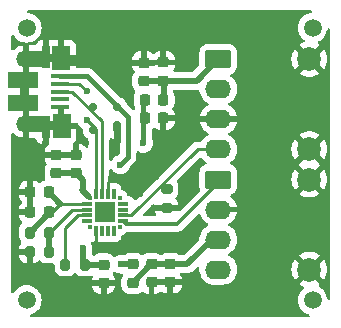
<source format=gbr>
%TF.GenerationSoftware,KiCad,Pcbnew,8.0.5*%
%TF.CreationDate,2025-10-24T23:35:39+02:00*%
%TF.ProjectId,U2O,55324f2e-6b69-4636-9164-5f7063625858,rev?*%
%TF.SameCoordinates,Original*%
%TF.FileFunction,Copper,L1,Top*%
%TF.FilePolarity,Positive*%
%FSLAX46Y46*%
G04 Gerber Fmt 4.6, Leading zero omitted, Abs format (unit mm)*
G04 Created by KiCad (PCBNEW 8.0.5) date 2025-10-24 23:35:39*
%MOMM*%
%LPD*%
G01*
G04 APERTURE LIST*
G04 Aperture macros list*
%AMRoundRect*
0 Rectangle with rounded corners*
0 $1 Rounding radius*
0 $2 $3 $4 $5 $6 $7 $8 $9 X,Y pos of 4 corners*
0 Add a 4 corners polygon primitive as box body*
4,1,4,$2,$3,$4,$5,$6,$7,$8,$9,$2,$3,0*
0 Add four circle primitives for the rounded corners*
1,1,$1+$1,$2,$3*
1,1,$1+$1,$4,$5*
1,1,$1+$1,$6,$7*
1,1,$1+$1,$8,$9*
0 Add four rect primitives between the rounded corners*
20,1,$1+$1,$2,$3,$4,$5,0*
20,1,$1+$1,$4,$5,$6,$7,0*
20,1,$1+$1,$6,$7,$8,$9,0*
20,1,$1+$1,$8,$9,$2,$3,0*%
G04 Aperture macros list end*
%TA.AperFunction,SMDPad,CuDef*%
%ADD10RoundRect,0.225000X0.225000X0.250000X-0.225000X0.250000X-0.225000X-0.250000X0.225000X-0.250000X0*%
%TD*%
%TA.AperFunction,SMDPad,CuDef*%
%ADD11RoundRect,0.225000X-0.250000X0.225000X-0.250000X-0.225000X0.250000X-0.225000X0.250000X0.225000X0*%
%TD*%
%TA.AperFunction,SMDPad,CuDef*%
%ADD12RoundRect,0.225000X0.250000X-0.225000X0.250000X0.225000X-0.250000X0.225000X-0.250000X-0.225000X0*%
%TD*%
%TA.AperFunction,SMDPad,CuDef*%
%ADD13RoundRect,0.218750X0.218750X0.256250X-0.218750X0.256250X-0.218750X-0.256250X0.218750X-0.256250X0*%
%TD*%
%TA.AperFunction,SMDPad,CuDef*%
%ADD14R,1.650000X0.400000*%
%TD*%
%TA.AperFunction,SMDPad,CuDef*%
%ADD15R,0.700000X1.825000*%
%TD*%
%TA.AperFunction,SMDPad,CuDef*%
%ADD16R,1.500000X2.000000*%
%TD*%
%TA.AperFunction,SMDPad,CuDef*%
%ADD17R,2.000000X1.350000*%
%TD*%
%TA.AperFunction,ComponentPad*%
%ADD18O,1.700000X1.350000*%
%TD*%
%TA.AperFunction,ComponentPad*%
%ADD19O,1.500000X1.100000*%
%TD*%
%TA.AperFunction,SMDPad,CuDef*%
%ADD20R,2.500000X1.430000*%
%TD*%
%TA.AperFunction,SMDPad,CuDef*%
%ADD21RoundRect,0.218750X0.256250X-0.218750X0.256250X0.218750X-0.256250X0.218750X-0.256250X-0.218750X0*%
%TD*%
%TA.AperFunction,SMDPad,CuDef*%
%ADD22R,0.300000X0.300000*%
%TD*%
%TA.AperFunction,SMDPad,CuDef*%
%ADD23R,0.300000X0.900000*%
%TD*%
%TA.AperFunction,SMDPad,CuDef*%
%ADD24R,0.900000X0.300000*%
%TD*%
%TA.AperFunction,SMDPad,CuDef*%
%ADD25R,1.800000X1.800000*%
%TD*%
%TA.AperFunction,ComponentPad*%
%ADD26RoundRect,0.249600X-0.850400X-0.550400X0.850400X-0.550400X0.850400X0.550400X-0.850400X0.550400X0*%
%TD*%
%TA.AperFunction,ComponentPad*%
%ADD27O,2.200000X1.600000*%
%TD*%
%TA.AperFunction,ComponentPad*%
%ADD28C,2.000000*%
%TD*%
%TA.AperFunction,SMDPad,CuDef*%
%ADD29RoundRect,0.200000X-0.275000X0.200000X-0.275000X-0.200000X0.275000X-0.200000X0.275000X0.200000X0*%
%TD*%
%TA.AperFunction,SMDPad,CuDef*%
%ADD30RoundRect,0.200000X0.200000X0.275000X-0.200000X0.275000X-0.200000X-0.275000X0.200000X-0.275000X0*%
%TD*%
%TA.AperFunction,SMDPad,CuDef*%
%ADD31RoundRect,0.200000X-0.200000X-0.275000X0.200000X-0.275000X0.200000X0.275000X-0.200000X0.275000X0*%
%TD*%
%TA.AperFunction,SMDPad,CuDef*%
%ADD32RoundRect,0.175000X0.175000X0.325000X-0.175000X0.325000X-0.175000X-0.325000X0.175000X-0.325000X0*%
%TD*%
%TA.AperFunction,SMDPad,CuDef*%
%ADD33RoundRect,0.150000X0.200000X0.150000X-0.200000X0.150000X-0.200000X-0.150000X0.200000X-0.150000X0*%
%TD*%
%TA.AperFunction,ViaPad*%
%ADD34C,1.500000*%
%TD*%
%TA.AperFunction,ViaPad*%
%ADD35C,0.600000*%
%TD*%
%TA.AperFunction,Conductor*%
%ADD36C,0.500000*%
%TD*%
%TA.AperFunction,Conductor*%
%ADD37C,0.250000*%
%TD*%
%TA.AperFunction,Conductor*%
%ADD38C,0.280000*%
%TD*%
%TA.AperFunction,Conductor*%
%ADD39C,0.400000*%
%TD*%
%TA.AperFunction,Conductor*%
%ADD40C,0.300000*%
%TD*%
G04 APERTURE END LIST*
D10*
%TO.P,C8,1*%
%TO.N,GND*%
X31634996Y-26000001D03*
%TO.P,C8,2*%
%TO.N,VCC*%
X30085004Y-25999999D03*
%TD*%
D11*
%TO.P,C7,1*%
%TO.N,GND*%
X31635002Y-21270008D03*
%TO.P,C7,2*%
%TO.N,Net-(J1-VCCT)*%
X31635000Y-22820000D03*
%TD*%
D12*
%TO.P,C4,1*%
%TO.N,VCC*%
X24234998Y-30670004D03*
%TO.P,C4,2*%
%TO.N,GND*%
X24234998Y-29120004D03*
%TD*%
%TO.P,C10,1*%
%TO.N,GND*%
X26565000Y-39930000D03*
%TO.P,C10,2*%
%TO.N,VCC*%
X26565004Y-38380004D03*
%TD*%
D13*
%TO.P,L1,1,1*%
%TO.N,Net-(J1-VCCT)*%
X31637500Y-24410000D03*
%TO.P,L1,2,2*%
%TO.N,VCC*%
X30062500Y-24410000D03*
%TD*%
D14*
%TO.P,J2,1,VBUS*%
%TO.N,V_UNREG*%
X22884998Y-22430001D03*
%TO.P,J2,2,D-*%
%TO.N,D-*%
X22885000Y-23080000D03*
%TO.P,J2,3,D+*%
%TO.N,D+*%
X22885003Y-23729998D03*
%TO.P,J2,4,ID*%
%TO.N,unconnected-(J2-ID-Pad4)*%
X22885000Y-24380000D03*
%TO.P,J2,5,GND*%
%TO.N,GND*%
X22885000Y-25030001D03*
D15*
%TO.P,J2,6,Shield*%
X21685000Y-20780000D03*
D16*
X22985000Y-20880000D03*
D17*
X20935003Y-21000000D03*
D18*
X20005002Y-21000001D03*
D19*
X23004999Y-21310000D03*
D20*
X19735002Y-22770001D03*
X19734997Y-24689998D03*
D19*
X23004998Y-26150000D03*
D18*
X20005000Y-26460000D03*
D17*
X20935001Y-26479999D03*
D16*
X23004997Y-26629997D03*
D15*
X21685003Y-26730000D03*
%TD*%
D21*
%TO.P,L2,1,1*%
%TO.N,Net-(J3-VCCR)*%
X29050000Y-39917500D03*
%TO.P,L2,2,2*%
%TO.N,VCC*%
X29050000Y-38342500D03*
%TD*%
D22*
%TO.P,U1,1,RS485/GPIO.1*%
%TO.N,unconnected-(U1-RS485{slash}GPIO.1-Pad1)*%
X27925001Y-32719997D03*
D23*
%TO.P,U1,2,CLK/GPIO.0*%
%TO.N,unconnected-(U1-CLK{slash}GPIO.0-Pad2)*%
X27425000Y-32419999D03*
%TO.P,U1,3,GND*%
%TO.N,GND*%
X26925002Y-32420001D03*
%TO.P,U1,4,D+*%
%TO.N,D+*%
X26424999Y-32419998D03*
%TO.P,U1,5,D-*%
%TO.N,D-*%
X25925000Y-32419998D03*
D22*
%TO.P,U1,6,VDD*%
%TO.N,VCC*%
X25424998Y-32719996D03*
D24*
%TO.P,U1,7,VREGIN*%
%TO.N,V_UNREG*%
X25125000Y-33219997D03*
%TO.P,U1,8,VBUS*%
%TO.N,V_DIV*%
X25125002Y-33719995D03*
%TO.P,U1,9,~{RST}*%
%TO.N,Net-(U1-~{RST})*%
X25124999Y-34219998D03*
%TO.P,U1,10,NC*%
%TO.N,unconnected-(U1-NC-Pad10)*%
X25124999Y-34719997D03*
D22*
%TO.P,U1,11,~{SUSPEND}*%
%TO.N,unconnected-(U1-~{SUSPEND}-Pad11)*%
X25424997Y-35219999D03*
D23*
%TO.P,U1,12,GND*%
%TO.N,GND*%
X25924998Y-35519997D03*
%TO.P,U1,13,~{WAKEUP}*%
%TO.N,unconnected-(U1-~{WAKEUP}-Pad13)*%
X26424996Y-35519995D03*
%TO.P,U1,14,SUSPEND*%
%TO.N,unconnected-(U1-SUSPEND-Pad14)*%
X26924999Y-35519998D03*
%TO.P,U1,15,~{CTS}*%
%TO.N,unconnected-(U1-~{CTS}-Pad15)*%
X27424998Y-35519998D03*
D22*
%TO.P,U1,16,~{RTS}*%
%TO.N,unconnected-(U1-~{RTS}-Pad16)*%
X27925000Y-35220000D03*
D24*
%TO.P,U1,17,RXD*%
%TO.N,RXD*%
X28224998Y-34719999D03*
%TO.P,U1,18,TXD*%
%TO.N,TXD*%
X28224996Y-34220001D03*
%TO.P,U1,19,~{RXT}/GPIO.3*%
%TO.N,unconnected-(U1-~{RXT}{slash}GPIO.3-Pad19)*%
X28224999Y-33719998D03*
%TO.P,U1,20,~{TXT}/GPIO.2*%
%TO.N,unconnected-(U1-~{TXT}{slash}GPIO.2-Pad20)*%
X28224999Y-33219999D03*
D25*
%TO.P,U1,21,GND*%
%TO.N,GND*%
X26674999Y-33969998D03*
%TD*%
D26*
%TO.P,J1,1,VCCT*%
%TO.N,Net-(J1-VCCT)*%
X36280000Y-20990000D03*
D27*
%TO.P,J1,2,NC*%
%TO.N,unconnected-(J1-NC-Pad2)*%
X36280000Y-23530000D03*
%TO.P,J1,3,VEET*%
%TO.N,GND*%
X36280000Y-26070000D03*
%TO.P,J1,4,Data_in*%
%TO.N,TXD*%
X36280000Y-28610000D03*
D28*
%TO.P,J1,5,HP*%
%TO.N,GND*%
X43980000Y-28610000D03*
%TO.P,J1,8,HP*%
X43980000Y-20990000D03*
%TD*%
D29*
%TO.P,R4,1*%
%TO.N,TXD*%
X31929997Y-31945001D03*
%TO.P,R4,2*%
%TO.N,GND*%
X31930003Y-33594999D03*
%TD*%
D12*
%TO.P,C5,1*%
%TO.N,VCC*%
X22545000Y-30670000D03*
%TO.P,C5,2*%
%TO.N,GND*%
X22545000Y-29120000D03*
%TD*%
D30*
%TO.P,R3,1*%
%TO.N,V_DIV*%
X21954998Y-37309996D03*
%TO.P,R3,2*%
%TO.N,GND*%
X20305000Y-37310000D03*
%TD*%
D12*
%TO.P,C9,1*%
%TO.N,GND*%
X30625000Y-39894994D03*
%TO.P,C9,2*%
%TO.N,Net-(J3-VCCR)*%
X30625004Y-38344998D03*
%TD*%
D11*
%TO.P,C6,1*%
%TO.N,GND*%
X29970002Y-21280008D03*
%TO.P,C6,2*%
%TO.N,Net-(J1-VCCT)*%
X29970000Y-22830000D03*
%TD*%
D31*
%TO.P,R2,1*%
%TO.N,V_UNREG*%
X20305002Y-35670010D03*
%TO.P,R2,2*%
%TO.N,V_DIV*%
X21955000Y-35670000D03*
%TD*%
D30*
%TO.P,R1,1*%
%TO.N,VCC*%
X24965000Y-38390000D03*
%TO.P,R1,2*%
%TO.N,Net-(U1-~{RST})*%
X23315002Y-38390004D03*
%TD*%
D26*
%TO.P,J3,1,Data_Out*%
%TO.N,RXD*%
X36280000Y-31180000D03*
D27*
%TO.P,J3,2,VEER*%
%TO.N,GND*%
X36280000Y-33720000D03*
%TO.P,J3,3,VCCR*%
%TO.N,Net-(J3-VCCR)*%
X36280000Y-36260000D03*
%TO.P,J3,4,NC*%
%TO.N,unconnected-(J3-NC-Pad4)*%
X36280000Y-38800000D03*
D28*
%TO.P,J3,5,HP*%
%TO.N,GND*%
X43980000Y-38800000D03*
%TO.P,J3,8,HP*%
X43980000Y-31180000D03*
%TD*%
D10*
%TO.P,C2,1*%
%TO.N,V_UNREG*%
X21919994Y-33930001D03*
%TO.P,C2,2*%
%TO.N,GND*%
X20370002Y-33929999D03*
%TD*%
%TO.P,C1,1*%
%TO.N,V_UNREG*%
X21919996Y-32250001D03*
%TO.P,C1,2*%
%TO.N,GND*%
X20370004Y-32249999D03*
%TD*%
D32*
%TO.P,D1,1,A*%
%TO.N,GND*%
X27700000Y-26759999D03*
D33*
%TO.P,D1,2,K*%
%TO.N,V_UNREG*%
X27700002Y-25059994D03*
%TO.P,D1,3,K*%
%TO.N,D+*%
X25700001Y-25059999D03*
%TO.P,D1,4,K*%
%TO.N,D-*%
X25700000Y-26960000D03*
%TD*%
D12*
%TO.P,C3,1*%
%TO.N,GND*%
X32209998Y-39879992D03*
%TO.P,C3,2*%
%TO.N,Net-(J3-VCCR)*%
X32210002Y-38329996D03*
%TD*%
D34*
%TO.N,*%
X44260000Y-41390000D03*
X20060000Y-41390000D03*
X44260000Y-18330000D03*
X20060000Y-18330000D03*
D35*
%TO.N,GND*%
X40550000Y-24260000D03*
X19170000Y-32280000D03*
X31840000Y-29260000D03*
X20310000Y-38550000D03*
X27824998Y-27940000D03*
X25930000Y-36690000D03*
X29980000Y-19930000D03*
X27600000Y-23070000D03*
X25070000Y-28050000D03*
X40590000Y-37510000D03*
X31020000Y-30980000D03*
X19160000Y-37320000D03*
X27230000Y-31110000D03*
X25170000Y-39960000D03*
X33010000Y-21330000D03*
X26580000Y-41300000D03*
X31620000Y-27500000D03*
X30590000Y-36600000D03*
X28760000Y-24260000D03*
X33050000Y-26040000D03*
X31700000Y-19960000D03*
X26674999Y-33969998D03*
X33560000Y-39890000D03*
X29610000Y-32410000D03*
X21210000Y-29100000D03*
X24600000Y-27360000D03*
X30820000Y-33600000D03*
X28630000Y-21250000D03*
X19160000Y-33930000D03*
X27980000Y-36900000D03*
X27370000Y-28890000D03*
X32360000Y-36540000D03*
X32220000Y-41310000D03*
X27790000Y-39900000D03*
X30640000Y-41320000D03*
X20370000Y-30980000D03*
X21640000Y-28150000D03*
%TO.N,V_UNREG*%
X22879994Y-33229994D03*
X27990000Y-29920000D03*
%TO.N,VCC*%
X24795002Y-37015002D03*
X28035000Y-38345000D03*
X24795002Y-32090002D03*
X29935000Y-28110000D03*
%TO.N,D-*%
X25160000Y-23720000D03*
X25160000Y-26170000D03*
%TD*%
D36*
%TO.N,GND*%
X23004999Y-21310000D02*
X23004999Y-20899999D01*
D37*
X25924998Y-35519997D02*
X25924998Y-36684998D01*
X22885000Y-26030002D02*
X23004998Y-26150000D01*
X25924998Y-36684998D02*
X25930000Y-36690000D01*
D36*
X20005002Y-26459998D02*
X20005000Y-26460000D01*
X27824998Y-26640005D02*
X27824998Y-27940000D01*
X23004999Y-20899999D02*
X22985000Y-20880000D01*
X22695000Y-21000001D02*
X23004999Y-21310000D01*
X20005000Y-26460000D02*
X20005000Y-21000003D01*
D38*
X26925002Y-32420001D02*
X26925002Y-31414998D01*
D36*
X20315000Y-26150000D02*
X20005000Y-26460000D01*
D38*
X26925002Y-31414998D02*
X27230000Y-31110000D01*
D36*
X20005000Y-21000003D02*
X20005002Y-21000001D01*
D37*
X22885000Y-25030001D02*
X22885000Y-26030002D01*
X36240000Y-33950000D02*
X36280000Y-33990000D01*
D36*
X20005002Y-21000001D02*
X22695000Y-21000001D01*
D37*
%TO.N,V_UNREG*%
X21919994Y-33930001D02*
X21919994Y-34055018D01*
X22179988Y-33930001D02*
X22879994Y-33229995D01*
X21919994Y-33930001D02*
X22179988Y-33930001D01*
D36*
X21919994Y-34055018D02*
X20305002Y-35670010D01*
D39*
X25200661Y-22430000D02*
X28640000Y-25869339D01*
D37*
X22879994Y-33229995D02*
X22879994Y-33229994D01*
D39*
X28640000Y-29270000D02*
X27990000Y-29920000D01*
D38*
X25125000Y-33219997D02*
X22889992Y-33219997D01*
D37*
X22879994Y-33229994D02*
X22879995Y-33229994D01*
X22879995Y-33229994D02*
X22889992Y-33219997D01*
D39*
X28640000Y-25869339D02*
X28640000Y-29270000D01*
D36*
X22889992Y-33219997D02*
X21919996Y-32250001D01*
D39*
X22912169Y-22430000D02*
X25200661Y-22430000D01*
D36*
%TO.N,VCC*%
X24795002Y-37015002D02*
X24795002Y-38220002D01*
D39*
X29047500Y-38345000D02*
X29050000Y-38342500D01*
D36*
X24965000Y-38390000D02*
X26555008Y-38390000D01*
X25320002Y-32620002D02*
X24759998Y-32059998D01*
D39*
X26555008Y-38390000D02*
X26565004Y-38380004D01*
D36*
X24234998Y-30670004D02*
X22545004Y-30670004D01*
X24795002Y-32090002D02*
X24795002Y-31230008D01*
X28035000Y-38345000D02*
X29047500Y-38345000D01*
X26740000Y-38345000D02*
X26705000Y-38380000D01*
D39*
X24795002Y-38220002D02*
X24965000Y-38390000D01*
X29935000Y-28110000D02*
X29935000Y-24875000D01*
D37*
X22545004Y-30670004D02*
X22545000Y-30670000D01*
X24935000Y-38420000D02*
X24974996Y-38380004D01*
D36*
X24795002Y-31230008D02*
X24234998Y-30670004D01*
D39*
X29935000Y-24875000D02*
X30070000Y-24740000D01*
D38*
%TO.N,D-*%
X25160000Y-23720000D02*
X25140000Y-23720000D01*
X25180000Y-26170000D02*
X25160000Y-26170000D01*
X25925000Y-26915000D02*
X25180000Y-26170000D01*
X25140000Y-23720000D02*
X24500000Y-23080000D01*
X25925000Y-32419998D02*
X25925000Y-26915000D01*
X24500000Y-23080000D02*
X22885000Y-23080000D01*
D37*
X25160000Y-26170000D02*
X25160000Y-26175008D01*
D38*
%TO.N,D+*%
X23909998Y-23729998D02*
X22885003Y-23729998D01*
X26424999Y-26244999D02*
X23909998Y-23729998D01*
X26424999Y-32419998D02*
X26424999Y-26244999D01*
D37*
X26405000Y-32399999D02*
X26424999Y-32419998D01*
D38*
%TO.N,TXD*%
X28909999Y-34220001D02*
X34520000Y-28610000D01*
X28224996Y-34220001D02*
X28909999Y-34220001D01*
X34520000Y-28610000D02*
X36280000Y-28610000D01*
D40*
%TO.N,RXD*%
X36280000Y-31460000D02*
X36280000Y-31180000D01*
X28224998Y-34719999D02*
X28454999Y-34950000D01*
X32790000Y-34950000D02*
X36280000Y-31460000D01*
X28454999Y-34950000D02*
X32790000Y-34950000D01*
D38*
%TO.N,Net-(U1-~{RST})*%
X23315002Y-35279994D02*
X23315002Y-38390004D01*
X25124999Y-34219998D02*
X24374998Y-34219998D01*
X24374998Y-34219998D02*
X23315002Y-35279994D01*
D36*
%TO.N,V_DIV*%
X21954998Y-37309996D02*
X21954998Y-35670002D01*
D38*
X21955000Y-35670000D02*
X23905005Y-33719995D01*
D37*
X21954998Y-35670002D02*
X21955000Y-35670000D01*
D38*
X23905005Y-33719995D02*
X25125002Y-33719995D01*
D36*
%TO.N,Net-(J3-VCCR)*%
X35739992Y-36260000D02*
X36280000Y-36260000D01*
X30625004Y-38344998D02*
X32195000Y-38344998D01*
X32195000Y-38344998D02*
X32210002Y-38329996D01*
D37*
X29050000Y-39917500D02*
X29052502Y-39917500D01*
D36*
X30622502Y-38344998D02*
X29050000Y-39917500D01*
X33669996Y-38329996D02*
X35739992Y-36260000D01*
X32210002Y-38329996D02*
X33669996Y-38329996D01*
X30625004Y-38344998D02*
X30622502Y-38344998D01*
%TO.N,Net-(J1-VCCT)*%
X34450000Y-22820000D02*
X36280000Y-20990000D01*
X31637500Y-24410000D02*
X31645000Y-24402500D01*
X31635000Y-22820000D02*
X34450000Y-22820000D01*
D37*
X31625002Y-22810002D02*
X31635000Y-22820000D01*
D36*
X31645000Y-24402500D02*
X31645000Y-22830000D01*
D37*
X31645000Y-22830000D02*
X31635000Y-22820000D01*
D36*
X29989998Y-22810002D02*
X31625002Y-22810002D01*
X29970000Y-22830000D02*
X29989998Y-22810002D01*
%TD*%
%TA.AperFunction,Conductor*%
%TO.N,GND*%
G36*
X44164152Y-16860185D02*
G01*
X44209907Y-16912989D01*
X44219851Y-16982147D01*
X44190826Y-17045703D01*
X44132048Y-17083477D01*
X44107920Y-17088027D01*
X44042023Y-17093793D01*
X44042020Y-17093793D01*
X43830677Y-17150422D01*
X43830668Y-17150426D01*
X43632361Y-17242898D01*
X43632357Y-17242900D01*
X43453121Y-17368402D01*
X43298402Y-17523121D01*
X43172900Y-17702357D01*
X43172898Y-17702361D01*
X43080426Y-17900668D01*
X43080422Y-17900677D01*
X43023793Y-18112020D01*
X43023793Y-18112024D01*
X43004723Y-18329997D01*
X43004723Y-18330002D01*
X43023793Y-18547975D01*
X43023793Y-18547979D01*
X43080422Y-18759322D01*
X43080424Y-18759326D01*
X43080425Y-18759330D01*
X43126661Y-18858484D01*
X43172897Y-18957638D01*
X43172898Y-18957639D01*
X43298402Y-19136877D01*
X43453123Y-19291598D01*
X43534664Y-19348694D01*
X43578288Y-19403269D01*
X43585480Y-19472768D01*
X43553958Y-19535122D01*
X43503802Y-19567548D01*
X43375396Y-19611630D01*
X43375390Y-19611632D01*
X43156761Y-19729949D01*
X43109942Y-19766388D01*
X43109942Y-19766390D01*
X43768940Y-20425387D01*
X43748409Y-20430889D01*
X43611592Y-20509881D01*
X43499881Y-20621592D01*
X43420889Y-20758409D01*
X43415387Y-20778939D01*
X42756564Y-20120116D01*
X42656267Y-20273632D01*
X42556412Y-20501282D01*
X42495387Y-20742261D01*
X42495385Y-20742270D01*
X42474859Y-20989994D01*
X42474859Y-20990005D01*
X42495385Y-21237729D01*
X42495387Y-21237738D01*
X42556412Y-21478717D01*
X42656266Y-21706364D01*
X42756564Y-21859882D01*
X43415387Y-21201059D01*
X43420889Y-21221591D01*
X43499881Y-21358408D01*
X43611592Y-21470119D01*
X43748409Y-21549111D01*
X43768940Y-21554612D01*
X43109942Y-22213609D01*
X43156768Y-22250055D01*
X43156770Y-22250056D01*
X43375385Y-22368364D01*
X43375396Y-22368369D01*
X43610506Y-22449083D01*
X43855707Y-22490000D01*
X44104293Y-22490000D01*
X44349493Y-22449083D01*
X44584603Y-22368369D01*
X44584614Y-22368364D01*
X44803228Y-22250057D01*
X44803231Y-22250055D01*
X44850056Y-22213609D01*
X44191059Y-21554612D01*
X44211591Y-21549111D01*
X44348408Y-21470119D01*
X44460119Y-21358408D01*
X44539111Y-21221591D01*
X44544612Y-21201060D01*
X45203434Y-21859882D01*
X45303731Y-21706369D01*
X45403587Y-21478717D01*
X45464612Y-21237738D01*
X45464614Y-21237729D01*
X45485141Y-20990005D01*
X45485141Y-20989994D01*
X45464614Y-20742270D01*
X45464612Y-20742261D01*
X45403587Y-20501282D01*
X45303731Y-20273630D01*
X45203434Y-20120116D01*
X44544612Y-20778939D01*
X44539111Y-20758409D01*
X44460119Y-20621592D01*
X44348408Y-20509881D01*
X44211591Y-20430889D01*
X44191060Y-20425387D01*
X44850057Y-19766390D01*
X44850056Y-19766389D01*
X44803231Y-19729945D01*
X44748510Y-19700331D01*
X44698920Y-19651111D01*
X44683812Y-19582895D01*
X44707982Y-19517339D01*
X44755121Y-19478895D01*
X44887639Y-19417102D01*
X45066877Y-19291598D01*
X45221598Y-19136877D01*
X45347102Y-18957639D01*
X45439575Y-18759330D01*
X45496207Y-18547977D01*
X45501972Y-18482079D01*
X45527424Y-18417011D01*
X45584015Y-18376032D01*
X45653777Y-18372154D01*
X45714561Y-18406608D01*
X45747069Y-18468455D01*
X45749500Y-18492887D01*
X45749500Y-41227112D01*
X45729815Y-41294151D01*
X45677011Y-41339906D01*
X45607853Y-41349850D01*
X45544297Y-41320825D01*
X45506523Y-41262047D01*
X45501972Y-41237919D01*
X45501955Y-41237729D01*
X45496207Y-41172023D01*
X45439575Y-40960670D01*
X45347102Y-40762362D01*
X45347100Y-40762359D01*
X45347099Y-40762357D01*
X45221599Y-40583124D01*
X45196195Y-40557720D01*
X45066877Y-40428402D01*
X44887639Y-40302898D01*
X44823512Y-40272995D01*
X44771073Y-40226822D01*
X44751922Y-40159628D01*
X44772138Y-40092747D01*
X44799756Y-40062759D01*
X44850056Y-40023609D01*
X44191059Y-39364612D01*
X44211591Y-39359111D01*
X44348408Y-39280119D01*
X44460119Y-39168408D01*
X44539111Y-39031591D01*
X44544612Y-39011060D01*
X45203434Y-39669882D01*
X45303731Y-39516369D01*
X45403587Y-39288717D01*
X45464612Y-39047738D01*
X45464614Y-39047729D01*
X45485141Y-38800005D01*
X45485141Y-38799994D01*
X45464614Y-38552270D01*
X45464612Y-38552261D01*
X45403587Y-38311282D01*
X45303731Y-38083630D01*
X45203434Y-37930116D01*
X44544612Y-38588939D01*
X44539111Y-38568409D01*
X44460119Y-38431592D01*
X44348408Y-38319881D01*
X44211591Y-38240889D01*
X44191060Y-38235387D01*
X44850057Y-37576390D01*
X44850056Y-37576389D01*
X44803229Y-37539943D01*
X44584614Y-37421635D01*
X44584603Y-37421630D01*
X44349493Y-37340916D01*
X44104293Y-37300000D01*
X43855707Y-37300000D01*
X43610506Y-37340916D01*
X43375396Y-37421630D01*
X43375390Y-37421632D01*
X43156761Y-37539949D01*
X43109942Y-37576388D01*
X43109942Y-37576390D01*
X43768940Y-38235387D01*
X43748409Y-38240889D01*
X43611592Y-38319881D01*
X43499881Y-38431592D01*
X43420889Y-38568409D01*
X43415387Y-38588939D01*
X42756564Y-37930116D01*
X42656267Y-38083632D01*
X42556412Y-38311282D01*
X42495387Y-38552261D01*
X42495385Y-38552270D01*
X42474859Y-38799994D01*
X42474859Y-38800005D01*
X42495385Y-39047729D01*
X42495387Y-39047738D01*
X42556412Y-39288717D01*
X42656266Y-39516364D01*
X42756564Y-39669882D01*
X43415387Y-39011059D01*
X43420889Y-39031591D01*
X43499881Y-39168408D01*
X43611592Y-39280119D01*
X43748409Y-39359111D01*
X43768940Y-39364612D01*
X43109942Y-40023609D01*
X43156768Y-40060055D01*
X43156770Y-40060056D01*
X43375385Y-40178364D01*
X43375395Y-40178369D01*
X43436720Y-40199422D01*
X43493735Y-40239807D01*
X43519866Y-40304607D01*
X43506815Y-40373247D01*
X43467583Y-40418276D01*
X43453121Y-40428402D01*
X43298402Y-40583121D01*
X43172900Y-40762357D01*
X43172898Y-40762361D01*
X43080426Y-40960668D01*
X43080422Y-40960677D01*
X43023793Y-41172020D01*
X43023793Y-41172024D01*
X43004723Y-41389997D01*
X43004723Y-41390002D01*
X43023793Y-41607975D01*
X43023793Y-41607979D01*
X43080422Y-41819322D01*
X43080424Y-41819326D01*
X43080425Y-41819330D01*
X43126661Y-41918484D01*
X43172897Y-42017638D01*
X43172898Y-42017639D01*
X43298402Y-42196877D01*
X43453123Y-42351598D01*
X43632361Y-42477102D01*
X43830670Y-42569575D01*
X43830676Y-42569576D01*
X43830677Y-42569577D01*
X43928262Y-42595725D01*
X43987923Y-42632090D01*
X44018452Y-42694937D01*
X44010157Y-42764313D01*
X43965672Y-42818190D01*
X43899120Y-42839465D01*
X43896169Y-42839500D01*
X20423831Y-42839500D01*
X20356792Y-42819815D01*
X20311037Y-42767011D01*
X20301093Y-42697853D01*
X20330118Y-42634297D01*
X20388896Y-42596523D01*
X20391738Y-42595725D01*
X20452828Y-42579355D01*
X20489330Y-42569575D01*
X20687639Y-42477102D01*
X20866877Y-42351598D01*
X21021598Y-42196877D01*
X21147102Y-42017639D01*
X21239575Y-41819330D01*
X21296207Y-41607977D01*
X21315277Y-41390000D01*
X21296207Y-41172023D01*
X21239575Y-40960670D01*
X21147102Y-40762362D01*
X21147100Y-40762359D01*
X21147099Y-40762357D01*
X21021599Y-40583124D01*
X20996195Y-40557720D01*
X20866877Y-40428402D01*
X20687642Y-40302900D01*
X20687638Y-40302897D01*
X20579770Y-40252598D01*
X20489330Y-40210425D01*
X20489326Y-40210424D01*
X20489322Y-40210422D01*
X20462824Y-40203322D01*
X25590001Y-40203322D01*
X25600144Y-40302607D01*
X25653452Y-40463481D01*
X25653457Y-40463492D01*
X25742424Y-40607728D01*
X25742427Y-40607732D01*
X25862267Y-40727572D01*
X25862271Y-40727575D01*
X26006507Y-40816542D01*
X26006518Y-40816547D01*
X26167393Y-40869855D01*
X26266683Y-40879999D01*
X26815000Y-40879999D01*
X26863308Y-40879999D01*
X26863322Y-40879998D01*
X26962607Y-40869855D01*
X27123481Y-40816547D01*
X27123492Y-40816542D01*
X27267728Y-40727575D01*
X27267732Y-40727572D01*
X27387572Y-40607732D01*
X27387575Y-40607728D01*
X27476542Y-40463492D01*
X27476547Y-40463481D01*
X27529855Y-40302606D01*
X27539999Y-40203322D01*
X27540000Y-40203309D01*
X27540000Y-40180000D01*
X26815000Y-40180000D01*
X26815000Y-40879999D01*
X26266683Y-40879999D01*
X26314999Y-40879998D01*
X26315000Y-40879998D01*
X26315000Y-40180000D01*
X25590001Y-40180000D01*
X25590001Y-40203322D01*
X20462824Y-40203322D01*
X20277977Y-40153793D01*
X20060002Y-40134723D01*
X20059998Y-40134723D01*
X19914682Y-40147436D01*
X19842023Y-40153793D01*
X19842020Y-40153793D01*
X19630677Y-40210422D01*
X19630668Y-40210426D01*
X19432361Y-40302898D01*
X19432357Y-40302900D01*
X19253121Y-40428402D01*
X19098402Y-40583121D01*
X18976075Y-40757824D01*
X18921498Y-40801449D01*
X18852000Y-40808643D01*
X18789645Y-40777120D01*
X18754231Y-40716890D01*
X18750500Y-40686701D01*
X18750500Y-37641582D01*
X19405001Y-37641582D01*
X19411408Y-37712102D01*
X19411409Y-37712107D01*
X19461981Y-37874396D01*
X19549927Y-38019877D01*
X19670122Y-38140072D01*
X19815604Y-38228019D01*
X19815603Y-38228019D01*
X19977894Y-38278590D01*
X19977893Y-38278590D01*
X20048408Y-38284998D01*
X20048426Y-38284999D01*
X20054999Y-38284998D01*
X20055000Y-38284998D01*
X20055000Y-37560000D01*
X19405001Y-37560000D01*
X19405001Y-37641582D01*
X18750500Y-37641582D01*
X18750500Y-33631676D01*
X19420002Y-33631676D01*
X19420002Y-33679999D01*
X20120002Y-33679999D01*
X20120002Y-32963363D01*
X20120004Y-32963356D01*
X20120004Y-32499999D01*
X19420005Y-32499999D01*
X19420005Y-32548321D01*
X19430148Y-32647606D01*
X19483456Y-32808480D01*
X19483461Y-32808491D01*
X19572428Y-32952727D01*
X19572431Y-32952731D01*
X19622016Y-33002316D01*
X19655501Y-33063639D01*
X19650517Y-33133331D01*
X19622018Y-33177677D01*
X19572426Y-33227270D01*
X19483459Y-33371506D01*
X19483454Y-33371517D01*
X19430146Y-33532392D01*
X19420002Y-33631676D01*
X18750500Y-33631676D01*
X18750500Y-31951676D01*
X19420004Y-31951676D01*
X19420004Y-31999999D01*
X20120004Y-31999999D01*
X20120004Y-31274998D01*
X20096697Y-31274999D01*
X20096678Y-31275000D01*
X19997396Y-31285143D01*
X19836522Y-31338451D01*
X19836511Y-31338456D01*
X19692275Y-31427423D01*
X19692271Y-31427426D01*
X19572431Y-31547266D01*
X19572428Y-31547270D01*
X19483461Y-31691506D01*
X19483456Y-31691517D01*
X19430148Y-31852392D01*
X19420004Y-31951676D01*
X18750500Y-31951676D01*
X18750500Y-28846677D01*
X21570000Y-28846677D01*
X21570000Y-28870000D01*
X23511634Y-28870000D01*
X23511648Y-28870004D01*
X23984998Y-28870004D01*
X23984998Y-28144468D01*
X24004683Y-28077429D01*
X24034687Y-28045201D01*
X24112187Y-27987183D01*
X24198347Y-27872090D01*
X24198351Y-27872083D01*
X24248593Y-27737376D01*
X24248595Y-27737369D01*
X24254996Y-27677841D01*
X24254997Y-27677824D01*
X24254997Y-26879997D01*
X22578003Y-26879997D01*
X22568027Y-26889972D01*
X22558318Y-26923039D01*
X22505514Y-26968794D01*
X22454003Y-26980000D01*
X21935003Y-26980000D01*
X21935003Y-28193862D01*
X21931714Y-28193862D01*
X21928520Y-28238531D01*
X21886648Y-28294464D01*
X21877435Y-28300735D01*
X21842271Y-28322424D01*
X21842267Y-28322427D01*
X21722427Y-28442267D01*
X21722424Y-28442271D01*
X21633457Y-28586507D01*
X21633452Y-28586518D01*
X21580144Y-28747393D01*
X21570000Y-28846677D01*
X18750500Y-28846677D01*
X18750500Y-27341563D01*
X18770185Y-27274524D01*
X18822989Y-27228769D01*
X18892147Y-27218825D01*
X18955703Y-27247850D01*
X18962181Y-27253882D01*
X19064540Y-27356241D01*
X19064545Y-27356245D01*
X19214162Y-27464947D01*
X19378956Y-27548915D01*
X19378959Y-27548916D01*
X19554852Y-27606066D01*
X19737527Y-27635000D01*
X19755000Y-27635000D01*
X19755000Y-26810000D01*
X20255000Y-26810000D01*
X20255000Y-27654999D01*
X20720872Y-27654999D01*
X20787911Y-27674684D01*
X20833666Y-27727488D01*
X20840599Y-27747717D01*
X20891648Y-27884586D01*
X20891652Y-27884593D01*
X20977812Y-27999687D01*
X20977815Y-27999690D01*
X21092909Y-28085850D01*
X21092916Y-28085854D01*
X21227623Y-28136096D01*
X21227630Y-28136098D01*
X21287158Y-28142499D01*
X21287175Y-28142500D01*
X21435003Y-28142500D01*
X21435003Y-26729999D01*
X20809001Y-26729999D01*
X20741962Y-26710314D01*
X20696207Y-26657510D01*
X20685001Y-26605999D01*
X20685001Y-26353999D01*
X20704686Y-26286960D01*
X20757490Y-26241205D01*
X20809001Y-26229999D01*
X22354001Y-26229999D01*
X22421040Y-26249684D01*
X22466795Y-26302488D01*
X22478001Y-26353999D01*
X22478001Y-26379997D01*
X22575377Y-26379997D01*
X22605444Y-26410064D01*
X22679553Y-26452851D01*
X22762211Y-26475000D01*
X23247785Y-26475000D01*
X23330443Y-26452851D01*
X23404552Y-26410064D01*
X23434619Y-26379997D01*
X24297406Y-26379997D01*
X24364445Y-26399682D01*
X24410200Y-26452486D01*
X24414448Y-26463043D01*
X24434210Y-26519521D01*
X24464018Y-26566960D01*
X24530184Y-26672262D01*
X24657738Y-26799816D01*
X24791473Y-26883847D01*
X24837763Y-26936181D01*
X24849500Y-26988840D01*
X24849500Y-27175701D01*
X24852401Y-27212567D01*
X24852402Y-27212573D01*
X24898254Y-27370393D01*
X24898255Y-27370396D01*
X24898256Y-27370398D01*
X24907713Y-27386389D01*
X24981917Y-27511862D01*
X24981923Y-27511870D01*
X25098129Y-27628076D01*
X25098135Y-27628081D01*
X25223622Y-27702293D01*
X25271304Y-27753360D01*
X25284500Y-27809024D01*
X25284500Y-28372944D01*
X25264815Y-28439983D01*
X25212011Y-28485738D01*
X25142853Y-28495682D01*
X25079297Y-28466657D01*
X25062844Y-28447312D01*
X25062052Y-28447939D01*
X25057570Y-28442271D01*
X24937730Y-28322431D01*
X24937726Y-28322428D01*
X24793490Y-28233461D01*
X24793479Y-28233456D01*
X24632604Y-28180148D01*
X24533320Y-28170004D01*
X24484998Y-28170004D01*
X24484998Y-29246004D01*
X24465313Y-29313043D01*
X24412509Y-29358798D01*
X24360998Y-29370004D01*
X23268364Y-29370004D01*
X23268350Y-29370000D01*
X21570001Y-29370000D01*
X21570001Y-29393322D01*
X21580144Y-29492607D01*
X21633452Y-29653481D01*
X21633457Y-29653492D01*
X21722424Y-29797728D01*
X21722427Y-29797732D01*
X21731660Y-29806965D01*
X21765145Y-29868288D01*
X21760161Y-29937980D01*
X21731663Y-29982324D01*
X21722033Y-29991953D01*
X21722029Y-29991959D01*
X21633001Y-30136294D01*
X21632996Y-30136305D01*
X21579651Y-30297290D01*
X21569500Y-30396647D01*
X21569500Y-30943337D01*
X21569501Y-30943355D01*
X21579650Y-31042707D01*
X21579652Y-31042713D01*
X21609684Y-31133345D01*
X21612086Y-31203173D01*
X21576354Y-31263215D01*
X21530983Y-31290054D01*
X21386299Y-31337998D01*
X21386290Y-31338002D01*
X21241955Y-31427030D01*
X21241949Y-31427034D01*
X21232325Y-31436659D01*
X21171001Y-31470142D01*
X21101309Y-31465155D01*
X21056966Y-31436656D01*
X21047736Y-31427426D01*
X21047732Y-31427423D01*
X20903496Y-31338456D01*
X20903485Y-31338451D01*
X20742610Y-31285143D01*
X20643326Y-31274999D01*
X20620004Y-31274999D01*
X20620004Y-33216635D01*
X20620002Y-33216641D01*
X20620002Y-34055999D01*
X20600317Y-34123038D01*
X20547513Y-34168793D01*
X20496002Y-34179999D01*
X19420003Y-34179999D01*
X19420003Y-34228321D01*
X19430146Y-34327606D01*
X19483454Y-34488480D01*
X19483459Y-34488491D01*
X19572426Y-34632727D01*
X19572429Y-34632731D01*
X19636845Y-34697147D01*
X19670330Y-34758470D01*
X19665346Y-34828162D01*
X19636845Y-34872509D01*
X19549533Y-34959820D01*
X19549532Y-34959821D01*
X19461524Y-35105403D01*
X19410915Y-35267817D01*
X19405784Y-35324285D01*
X19404502Y-35338394D01*
X19404502Y-36001626D01*
X19405978Y-36017867D01*
X19410915Y-36072202D01*
X19410915Y-36072204D01*
X19410916Y-36072206D01*
X19461524Y-36234616D01*
X19549530Y-36380195D01*
X19572011Y-36402676D01*
X19605496Y-36463997D01*
X19600513Y-36533688D01*
X19572013Y-36578037D01*
X19549926Y-36600124D01*
X19461980Y-36745604D01*
X19411409Y-36907893D01*
X19405000Y-36978427D01*
X19405000Y-37060000D01*
X20431000Y-37060000D01*
X20498039Y-37079685D01*
X20543794Y-37132489D01*
X20555000Y-37184000D01*
X20555000Y-38284999D01*
X20561581Y-38284999D01*
X20632102Y-38278591D01*
X20632107Y-38278590D01*
X20794396Y-38228018D01*
X20939877Y-38140072D01*
X20939878Y-38140071D01*
X21041964Y-38037984D01*
X21103287Y-38004498D01*
X21172978Y-38009482D01*
X21217327Y-38037983D01*
X21319809Y-38140465D01*
X21319811Y-38140466D01*
X21319813Y-38140468D01*
X21465392Y-38228474D01*
X21627802Y-38279082D01*
X21698382Y-38285496D01*
X21698385Y-38285496D01*
X22211610Y-38285496D01*
X22211614Y-38285496D01*
X22279282Y-38279346D01*
X22347825Y-38292882D01*
X22398171Y-38341328D01*
X22414502Y-38402837D01*
X22414502Y-38721617D01*
X22420915Y-38792196D01*
X22420915Y-38792198D01*
X22420916Y-38792200D01*
X22471524Y-38954610D01*
X22539871Y-39067670D01*
X22559532Y-39100192D01*
X22679813Y-39220473D01*
X22679815Y-39220474D01*
X22679817Y-39220476D01*
X22825396Y-39308482D01*
X22987806Y-39359090D01*
X23058386Y-39365504D01*
X23058389Y-39365504D01*
X23571615Y-39365504D01*
X23571618Y-39365504D01*
X23642198Y-39359090D01*
X23804608Y-39308482D01*
X23950187Y-39220476D01*
X24052322Y-39118340D01*
X24113643Y-39084856D01*
X24183334Y-39089840D01*
X24227683Y-39118341D01*
X24329811Y-39220469D01*
X24329813Y-39220470D01*
X24329815Y-39220472D01*
X24475394Y-39308478D01*
X24637804Y-39359086D01*
X24708384Y-39365500D01*
X24708387Y-39365500D01*
X25221613Y-39365500D01*
X25221616Y-39365500D01*
X25292196Y-39359086D01*
X25454606Y-39308478D01*
X25454613Y-39308473D01*
X25461445Y-39305400D01*
X25462287Y-39307272D01*
X25519731Y-39292094D01*
X25586209Y-39313599D01*
X25630507Y-39367631D01*
X25638561Y-39437035D01*
X25634056Y-39455051D01*
X25600144Y-39557391D01*
X25590000Y-39656677D01*
X25590000Y-39680000D01*
X27539999Y-39680000D01*
X27539999Y-39656692D01*
X27539998Y-39656677D01*
X27529855Y-39557392D01*
X27476547Y-39396518D01*
X27476542Y-39396507D01*
X27387575Y-39252271D01*
X27387572Y-39252267D01*
X27378343Y-39243038D01*
X27344858Y-39181715D01*
X27349842Y-39112023D01*
X27378347Y-39067672D01*
X27387972Y-39058048D01*
X27399764Y-39038930D01*
X27451708Y-38992205D01*
X27520670Y-38980980D01*
X27571275Y-38999031D01*
X27685473Y-39070787D01*
X27685477Y-39070788D01*
X27685478Y-39070789D01*
X27769507Y-39100192D01*
X27855745Y-39130368D01*
X27855750Y-39130369D01*
X28034996Y-39150565D01*
X28034997Y-39150565D01*
X28034998Y-39150564D01*
X28035000Y-39150565D01*
X28052443Y-39148599D01*
X28121263Y-39160652D01*
X28172644Y-39207999D01*
X28190270Y-39275609D01*
X28171867Y-39336915D01*
X28137454Y-39392706D01*
X28137450Y-39392715D01*
X28136190Y-39396518D01*
X28084564Y-39552315D01*
X28084564Y-39552316D01*
X28084563Y-39552316D01*
X28074500Y-39650818D01*
X28074500Y-40184181D01*
X28084563Y-40282683D01*
X28137450Y-40442284D01*
X28137455Y-40442295D01*
X28225716Y-40585387D01*
X28225719Y-40585391D01*
X28344608Y-40704280D01*
X28344612Y-40704283D01*
X28487704Y-40792544D01*
X28487707Y-40792545D01*
X28487713Y-40792549D01*
X28647315Y-40845436D01*
X28745826Y-40855500D01*
X28745831Y-40855500D01*
X29354169Y-40855500D01*
X29354174Y-40855500D01*
X29452685Y-40845436D01*
X29612287Y-40792549D01*
X29755391Y-40704281D01*
X29757583Y-40702089D01*
X29759461Y-40701063D01*
X29761059Y-40699800D01*
X29761274Y-40700072D01*
X29818904Y-40668600D01*
X29888596Y-40673579D01*
X29915979Y-40689004D01*
X29916121Y-40688776D01*
X29921881Y-40692329D01*
X29922183Y-40692499D01*
X29922275Y-40692572D01*
X30066507Y-40781536D01*
X30066518Y-40781541D01*
X30227393Y-40834849D01*
X30326683Y-40844993D01*
X30374999Y-40844992D01*
X30375000Y-40844992D01*
X30375000Y-40144994D01*
X30875000Y-40144994D01*
X30875000Y-40844993D01*
X30923308Y-40844993D01*
X30923322Y-40844992D01*
X31022607Y-40834849D01*
X31183481Y-40781541D01*
X31183492Y-40781536D01*
X31327728Y-40692569D01*
X31327730Y-40692567D01*
X31337351Y-40682947D01*
X31398673Y-40649460D01*
X31468365Y-40654442D01*
X31501942Y-40673356D01*
X31507266Y-40677565D01*
X31651505Y-40766534D01*
X31651516Y-40766539D01*
X31812391Y-40819847D01*
X31911681Y-40829991D01*
X32459998Y-40829991D01*
X32508306Y-40829991D01*
X32508320Y-40829990D01*
X32607605Y-40819847D01*
X32768479Y-40766539D01*
X32768490Y-40766534D01*
X32912726Y-40677567D01*
X32912730Y-40677564D01*
X33032570Y-40557724D01*
X33032573Y-40557720D01*
X33121540Y-40413484D01*
X33121545Y-40413473D01*
X33174853Y-40252598D01*
X33184997Y-40153314D01*
X33184998Y-40153301D01*
X33184998Y-40129992D01*
X32459998Y-40129992D01*
X32459998Y-40829991D01*
X31911681Y-40829991D01*
X31959997Y-40829990D01*
X31959998Y-40829990D01*
X31959998Y-40129992D01*
X31625278Y-40129992D01*
X31602994Y-40142160D01*
X31576636Y-40144994D01*
X30875000Y-40144994D01*
X30375000Y-40144994D01*
X30375000Y-39768994D01*
X30394685Y-39701955D01*
X30447489Y-39656200D01*
X30499000Y-39644994D01*
X31209720Y-39644994D01*
X31232004Y-39632826D01*
X31258362Y-39629992D01*
X33184997Y-39629992D01*
X33184997Y-39606684D01*
X33184996Y-39606669D01*
X33174853Y-39507384D01*
X33121545Y-39346510D01*
X33121542Y-39346503D01*
X33074103Y-39269594D01*
X33055662Y-39202201D01*
X33076584Y-39135538D01*
X33130226Y-39090768D01*
X33179641Y-39080496D01*
X33743916Y-39080496D01*
X33856765Y-39058048D01*
X33888909Y-39051654D01*
X34025491Y-38995080D01*
X34105440Y-38941660D01*
X34148412Y-38912948D01*
X34469075Y-38592283D01*
X34530397Y-38558800D01*
X34600088Y-38563784D01*
X34656022Y-38605655D01*
X34680439Y-38671120D01*
X34679512Y-38692767D01*
X34679882Y-38692797D01*
X34679500Y-38697647D01*
X34679500Y-38902351D01*
X34711522Y-39104534D01*
X34774781Y-39299223D01*
X34838691Y-39424653D01*
X34854180Y-39455051D01*
X34867715Y-39481613D01*
X34988028Y-39647213D01*
X35132786Y-39791971D01*
X35287749Y-39904556D01*
X35298390Y-39912287D01*
X35414607Y-39971503D01*
X35480776Y-40005218D01*
X35480778Y-40005218D01*
X35480781Y-40005220D01*
X35537377Y-40023609D01*
X35675465Y-40068477D01*
X35776557Y-40084488D01*
X35877648Y-40100500D01*
X35877649Y-40100500D01*
X36682351Y-40100500D01*
X36682352Y-40100500D01*
X36884534Y-40068477D01*
X37079219Y-40005220D01*
X37261610Y-39912287D01*
X37354590Y-39844732D01*
X37427213Y-39791971D01*
X37427215Y-39791968D01*
X37427219Y-39791966D01*
X37571966Y-39647219D01*
X37571968Y-39647215D01*
X37571971Y-39647213D01*
X37624732Y-39574590D01*
X37692287Y-39481610D01*
X37785220Y-39299219D01*
X37848477Y-39104534D01*
X37880500Y-38902352D01*
X37880500Y-38697648D01*
X37848477Y-38495466D01*
X37785220Y-38300781D01*
X37785218Y-38300778D01*
X37785218Y-38300776D01*
X37703536Y-38140468D01*
X37692287Y-38118390D01*
X37667033Y-38083630D01*
X37571971Y-37952786D01*
X37427213Y-37808028D01*
X37261614Y-37687715D01*
X37195144Y-37653847D01*
X37168917Y-37640483D01*
X37118123Y-37592511D01*
X37101328Y-37524690D01*
X37123865Y-37458555D01*
X37168917Y-37419516D01*
X37261610Y-37372287D01*
X37304789Y-37340916D01*
X37427213Y-37251971D01*
X37427215Y-37251968D01*
X37427219Y-37251966D01*
X37571966Y-37107219D01*
X37571968Y-37107215D01*
X37571971Y-37107213D01*
X37665572Y-36978380D01*
X37692287Y-36941610D01*
X37785220Y-36759219D01*
X37848477Y-36564534D01*
X37880500Y-36362352D01*
X37880500Y-36157648D01*
X37866967Y-36072206D01*
X37848477Y-35955465D01*
X37818787Y-35864090D01*
X37785220Y-35760781D01*
X37785218Y-35760778D01*
X37785218Y-35760776D01*
X37709582Y-35612334D01*
X37692287Y-35578390D01*
X37684556Y-35567749D01*
X37571971Y-35412786D01*
X37427213Y-35268028D01*
X37261611Y-35147713D01*
X37168369Y-35100203D01*
X37117574Y-35052229D01*
X37100779Y-34984407D01*
X37123317Y-34918273D01*
X37168371Y-34879234D01*
X37261347Y-34831861D01*
X37426894Y-34711582D01*
X37426895Y-34711582D01*
X37571582Y-34566895D01*
X37571582Y-34566894D01*
X37691859Y-34401349D01*
X37784755Y-34219029D01*
X37847990Y-34024413D01*
X37856609Y-33970000D01*
X36828482Y-33970000D01*
X36839111Y-33951591D01*
X36880000Y-33798991D01*
X36880000Y-33641009D01*
X36839111Y-33488409D01*
X36828482Y-33470000D01*
X37856609Y-33470000D01*
X37847990Y-33415586D01*
X37784755Y-33220970D01*
X37691859Y-33038650D01*
X37571582Y-32873105D01*
X37571582Y-32873104D01*
X37426894Y-32728416D01*
X37333068Y-32660247D01*
X37290403Y-32604917D01*
X37284424Y-32535303D01*
X37317030Y-32473508D01*
X37366947Y-32442225D01*
X37449564Y-32414849D01*
X37598806Y-32322795D01*
X37722795Y-32198806D01*
X37814849Y-32049564D01*
X37870004Y-31883116D01*
X37880500Y-31780379D01*
X37880499Y-30579622D01*
X37870004Y-30476884D01*
X37814849Y-30310436D01*
X37814845Y-30310430D01*
X37814844Y-30310427D01*
X37722797Y-30161197D01*
X37722794Y-30161193D01*
X37598806Y-30037205D01*
X37598802Y-30037202D01*
X37449572Y-29945155D01*
X37449566Y-29945152D01*
X37449564Y-29945151D01*
X37373663Y-29920000D01*
X37339176Y-29908572D01*
X37281731Y-29868799D01*
X37254908Y-29804283D01*
X37267223Y-29735507D01*
X37305294Y-29690548D01*
X37427219Y-29601966D01*
X37571966Y-29457219D01*
X37571968Y-29457215D01*
X37571971Y-29457213D01*
X37657859Y-29338996D01*
X37692287Y-29291610D01*
X37785220Y-29109219D01*
X37848477Y-28914534D01*
X37880500Y-28712352D01*
X37880500Y-28609994D01*
X42474859Y-28609994D01*
X42474859Y-28610005D01*
X42495385Y-28857729D01*
X42495387Y-28857738D01*
X42556412Y-29098717D01*
X42656266Y-29326364D01*
X42756564Y-29479882D01*
X43415387Y-28821059D01*
X43420889Y-28841591D01*
X43499881Y-28978408D01*
X43611592Y-29090119D01*
X43748409Y-29169111D01*
X43768940Y-29174612D01*
X43109942Y-29833609D01*
X43113277Y-29887323D01*
X43113277Y-29902692D01*
X43109942Y-29956390D01*
X43768940Y-30615387D01*
X43748409Y-30620889D01*
X43611592Y-30699881D01*
X43499881Y-30811592D01*
X43420889Y-30948409D01*
X43415387Y-30968939D01*
X42756564Y-30310116D01*
X42656267Y-30463632D01*
X42556412Y-30691282D01*
X42495387Y-30932261D01*
X42495385Y-30932270D01*
X42474859Y-31179994D01*
X42474859Y-31180005D01*
X42495385Y-31427729D01*
X42495387Y-31427738D01*
X42556412Y-31668717D01*
X42656266Y-31896364D01*
X42756564Y-32049882D01*
X43415387Y-31391059D01*
X43420889Y-31411591D01*
X43499881Y-31548408D01*
X43611592Y-31660119D01*
X43748409Y-31739111D01*
X43768940Y-31744612D01*
X43109942Y-32403609D01*
X43156768Y-32440055D01*
X43156770Y-32440056D01*
X43375385Y-32558364D01*
X43375396Y-32558369D01*
X43610506Y-32639083D01*
X43855707Y-32680000D01*
X44104293Y-32680000D01*
X44349493Y-32639083D01*
X44584603Y-32558369D01*
X44584614Y-32558364D01*
X44803228Y-32440057D01*
X44803231Y-32440055D01*
X44850056Y-32403609D01*
X44191059Y-31744612D01*
X44211591Y-31739111D01*
X44348408Y-31660119D01*
X44460119Y-31548408D01*
X44539111Y-31411591D01*
X44544612Y-31391060D01*
X45203434Y-32049882D01*
X45303731Y-31896369D01*
X45403587Y-31668717D01*
X45464612Y-31427738D01*
X45464614Y-31427729D01*
X45485141Y-31180005D01*
X45485141Y-31179994D01*
X45464614Y-30932270D01*
X45464612Y-30932261D01*
X45403587Y-30691282D01*
X45303731Y-30463630D01*
X45203434Y-30310116D01*
X44544612Y-30968939D01*
X44539111Y-30948409D01*
X44460119Y-30811592D01*
X44348408Y-30699881D01*
X44211591Y-30620889D01*
X44191059Y-30615387D01*
X44850056Y-29956390D01*
X44846722Y-29902683D01*
X44846722Y-29887314D01*
X44850056Y-29833609D01*
X44191059Y-29174612D01*
X44211591Y-29169111D01*
X44348408Y-29090119D01*
X44460119Y-28978408D01*
X44539111Y-28841591D01*
X44544612Y-28821060D01*
X45203434Y-29479882D01*
X45303731Y-29326369D01*
X45403587Y-29098717D01*
X45464612Y-28857738D01*
X45464614Y-28857729D01*
X45485141Y-28610005D01*
X45485141Y-28609994D01*
X45464614Y-28362270D01*
X45464612Y-28362261D01*
X45403587Y-28121282D01*
X45303731Y-27893630D01*
X45203434Y-27740116D01*
X44544612Y-28398939D01*
X44539111Y-28378409D01*
X44460119Y-28241592D01*
X44348408Y-28129881D01*
X44211591Y-28050889D01*
X44191060Y-28045387D01*
X44850057Y-27386390D01*
X44850056Y-27386389D01*
X44803229Y-27349943D01*
X44584614Y-27231635D01*
X44584603Y-27231630D01*
X44349493Y-27150916D01*
X44104293Y-27110000D01*
X43855707Y-27110000D01*
X43610506Y-27150916D01*
X43375396Y-27231630D01*
X43375390Y-27231632D01*
X43156761Y-27349949D01*
X43109942Y-27386388D01*
X43109942Y-27386390D01*
X43768940Y-28045387D01*
X43748409Y-28050889D01*
X43611592Y-28129881D01*
X43499881Y-28241592D01*
X43420889Y-28378409D01*
X43415387Y-28398939D01*
X42756564Y-27740116D01*
X42656267Y-27893632D01*
X42556412Y-28121282D01*
X42495387Y-28362261D01*
X42495385Y-28362270D01*
X42474859Y-28609994D01*
X37880500Y-28609994D01*
X37880500Y-28507648D01*
X37872878Y-28459523D01*
X37848477Y-28305465D01*
X37804463Y-28170004D01*
X37785220Y-28110781D01*
X37785218Y-28110778D01*
X37785218Y-28110776D01*
X37728616Y-27999690D01*
X37692287Y-27928390D01*
X37651378Y-27872083D01*
X37571971Y-27762786D01*
X37427213Y-27618028D01*
X37261611Y-27497713D01*
X37168369Y-27450203D01*
X37117574Y-27402229D01*
X37100779Y-27334407D01*
X37123317Y-27268273D01*
X37168371Y-27229234D01*
X37261347Y-27181861D01*
X37426894Y-27061582D01*
X37426895Y-27061582D01*
X37571582Y-26916895D01*
X37571582Y-26916894D01*
X37691859Y-26751349D01*
X37784755Y-26569029D01*
X37847990Y-26374413D01*
X37856609Y-26320000D01*
X36828482Y-26320000D01*
X36839111Y-26301591D01*
X36880000Y-26148991D01*
X36880000Y-25991009D01*
X36839111Y-25838409D01*
X36828482Y-25820000D01*
X37856609Y-25820000D01*
X37847990Y-25765586D01*
X37784755Y-25570970D01*
X37691859Y-25388650D01*
X37571582Y-25223105D01*
X37571582Y-25223104D01*
X37426895Y-25078417D01*
X37261349Y-24958140D01*
X37168370Y-24910765D01*
X37117574Y-24862790D01*
X37100779Y-24794969D01*
X37123316Y-24728835D01*
X37168370Y-24689795D01*
X37261610Y-24642287D01*
X37282770Y-24626913D01*
X37427213Y-24521971D01*
X37427215Y-24521968D01*
X37427219Y-24521966D01*
X37571966Y-24377219D01*
X37571968Y-24377215D01*
X37571971Y-24377213D01*
X37624732Y-24304590D01*
X37692287Y-24211610D01*
X37785220Y-24029219D01*
X37848477Y-23834534D01*
X37880500Y-23632352D01*
X37880500Y-23427648D01*
X37848477Y-23225466D01*
X37841082Y-23202708D01*
X37785218Y-23030776D01*
X37751503Y-22964607D01*
X37692287Y-22848390D01*
X37680471Y-22832127D01*
X37571971Y-22682786D01*
X37427213Y-22538028D01*
X37333653Y-22470054D01*
X37290987Y-22414725D01*
X37285008Y-22345111D01*
X37317613Y-22283316D01*
X37367533Y-22252031D01*
X37449564Y-22224849D01*
X37598806Y-22132795D01*
X37722795Y-22008806D01*
X37814849Y-21859564D01*
X37870004Y-21693116D01*
X37880500Y-21590379D01*
X37880499Y-20389622D01*
X37870004Y-20286884D01*
X37814849Y-20120436D01*
X37814845Y-20120430D01*
X37814844Y-20120427D01*
X37722797Y-19971197D01*
X37722794Y-19971193D01*
X37598806Y-19847205D01*
X37598802Y-19847202D01*
X37449572Y-19755155D01*
X37449566Y-19755152D01*
X37449564Y-19755151D01*
X37283116Y-19699996D01*
X37283113Y-19699995D01*
X37283114Y-19699995D01*
X37180380Y-19689500D01*
X35379628Y-19689500D01*
X35379612Y-19689501D01*
X35276882Y-19699996D01*
X35110438Y-19755150D01*
X35110427Y-19755155D01*
X34961197Y-19847202D01*
X34961193Y-19847205D01*
X34837205Y-19971193D01*
X34837202Y-19971197D01*
X34745155Y-20120427D01*
X34745150Y-20120438D01*
X34689995Y-20286887D01*
X34679500Y-20389613D01*
X34679500Y-21477769D01*
X34659815Y-21544808D01*
X34643181Y-21565450D01*
X34175451Y-22033181D01*
X34114128Y-22066666D01*
X34087770Y-22069500D01*
X32604648Y-22069500D01*
X32537609Y-22049815D01*
X32491854Y-21997011D01*
X32481910Y-21927853D01*
X32499110Y-21880403D01*
X32546544Y-21803500D01*
X32546549Y-21803489D01*
X32599857Y-21642614D01*
X32610001Y-21543330D01*
X32610002Y-21543317D01*
X32610002Y-21520008D01*
X30966122Y-21520008D01*
X30952998Y-21527174D01*
X30926640Y-21530008D01*
X28995003Y-21530008D01*
X28995003Y-21553330D01*
X29005146Y-21652615D01*
X29058454Y-21813489D01*
X29058459Y-21813500D01*
X29147426Y-21957736D01*
X29147429Y-21957740D01*
X29156657Y-21966968D01*
X29190142Y-22028291D01*
X29185158Y-22097983D01*
X29156660Y-22142327D01*
X29147033Y-22151953D01*
X29147029Y-22151959D01*
X29058001Y-22296294D01*
X29057996Y-22296305D01*
X29004651Y-22457290D01*
X28994500Y-22556647D01*
X28994500Y-23103337D01*
X28994501Y-23103355D01*
X29004650Y-23202707D01*
X29004651Y-23202710D01*
X29057996Y-23363694D01*
X29058001Y-23363705D01*
X29147029Y-23508040D01*
X29147032Y-23508044D01*
X29232284Y-23593296D01*
X29265769Y-23654619D01*
X29260785Y-23724311D01*
X29250142Y-23746073D01*
X29187454Y-23847706D01*
X29187451Y-23847713D01*
X29134564Y-24007315D01*
X29134564Y-24007316D01*
X29134563Y-24007316D01*
X29124500Y-24105818D01*
X29124500Y-24714181D01*
X29134563Y-24812683D01*
X29134564Y-24812685D01*
X29145042Y-24844305D01*
X29187450Y-24972285D01*
X29187453Y-24972291D01*
X29216038Y-25018633D01*
X29234500Y-25083731D01*
X29234500Y-25173819D01*
X29214815Y-25240858D01*
X29162011Y-25286613D01*
X29092853Y-25296557D01*
X29029297Y-25267532D01*
X29022819Y-25261500D01*
X28561453Y-24800135D01*
X28530059Y-24747052D01*
X28501746Y-24649596D01*
X28497423Y-24642287D01*
X28418084Y-24508131D01*
X28418083Y-24508129D01*
X28418081Y-24508127D01*
X28418078Y-24508123D01*
X28301872Y-24391917D01*
X28301864Y-24391911D01*
X28160398Y-24308249D01*
X28160395Y-24308248D01*
X28062945Y-24279936D01*
X28009859Y-24248541D01*
X25647207Y-21885888D01*
X25647206Y-21885887D01*
X25532468Y-21809222D01*
X25404993Y-21756421D01*
X25404983Y-21756418D01*
X25269657Y-21729500D01*
X25269655Y-21729500D01*
X25269654Y-21729500D01*
X24359000Y-21729500D01*
X24291961Y-21709815D01*
X24246206Y-21657011D01*
X24235000Y-21605500D01*
X24235000Y-21560000D01*
X23414617Y-21560000D01*
X23465063Y-21509554D01*
X23507850Y-21435445D01*
X23529999Y-21352787D01*
X23529999Y-21267213D01*
X23507850Y-21184555D01*
X23465063Y-21110446D01*
X23404553Y-21049936D01*
X23330444Y-21007149D01*
X23328712Y-21006685D01*
X28995002Y-21006685D01*
X28995002Y-21030008D01*
X29720002Y-21030008D01*
X29720002Y-20330008D01*
X30220002Y-20330008D01*
X30220002Y-21030008D01*
X30638882Y-21030008D01*
X30652006Y-21022842D01*
X30678364Y-21020008D01*
X31385002Y-21020008D01*
X31885002Y-21020008D01*
X32610001Y-21020008D01*
X32610001Y-20996700D01*
X32610000Y-20996685D01*
X32599857Y-20897400D01*
X32546549Y-20736526D01*
X32546544Y-20736515D01*
X32457577Y-20592279D01*
X32457574Y-20592275D01*
X32337734Y-20472435D01*
X32337730Y-20472432D01*
X32193494Y-20383465D01*
X32193483Y-20383460D01*
X32032608Y-20330152D01*
X31933324Y-20320008D01*
X31885002Y-20320008D01*
X31885002Y-21020008D01*
X31385002Y-21020008D01*
X31385002Y-20320008D01*
X31385001Y-20320007D01*
X31336695Y-20320008D01*
X31336677Y-20320009D01*
X31237394Y-20330152D01*
X31076520Y-20383460D01*
X31076509Y-20383465D01*
X30932273Y-20472432D01*
X30932269Y-20472435D01*
X30885183Y-20519522D01*
X30823860Y-20553007D01*
X30754168Y-20548023D01*
X30709821Y-20519522D01*
X30672734Y-20482435D01*
X30672730Y-20482432D01*
X30528494Y-20393465D01*
X30528483Y-20393460D01*
X30367608Y-20340152D01*
X30268324Y-20330008D01*
X30220002Y-20330008D01*
X29720002Y-20330008D01*
X29720001Y-20330007D01*
X29671695Y-20330008D01*
X29671677Y-20330009D01*
X29572394Y-20340152D01*
X29411520Y-20393460D01*
X29411509Y-20393465D01*
X29267273Y-20482432D01*
X29267269Y-20482435D01*
X29147429Y-20602275D01*
X29147426Y-20602279D01*
X29058459Y-20746515D01*
X29058454Y-20746526D01*
X29005146Y-20907401D01*
X28995002Y-21006685D01*
X23328712Y-21006685D01*
X23247786Y-20985000D01*
X22762212Y-20985000D01*
X22679554Y-21007149D01*
X22605445Y-21049936D01*
X22544935Y-21110446D01*
X22533645Y-21130000D01*
X22478003Y-21130000D01*
X22476340Y-21131662D01*
X22458318Y-21193039D01*
X22405514Y-21238794D01*
X22354003Y-21250000D01*
X21346648Y-21250000D01*
X21346639Y-21250001D01*
X20499977Y-21250001D01*
X20535072Y-21214906D01*
X20581150Y-21135096D01*
X20605002Y-21046079D01*
X20605002Y-20953923D01*
X20581150Y-20864906D01*
X20535072Y-20785096D01*
X20499977Y-20750001D01*
X20736357Y-20750001D01*
X20736366Y-20750000D01*
X20792000Y-20750000D01*
X20792000Y-20654000D01*
X20811685Y-20586961D01*
X20864489Y-20541206D01*
X20916000Y-20530000D01*
X21435000Y-20530000D01*
X21935000Y-20530000D01*
X22454000Y-20530000D01*
X22521039Y-20549685D01*
X22566794Y-20602489D01*
X22571327Y-20623327D01*
X22578000Y-20630000D01*
X22735000Y-20630000D01*
X23235000Y-20630000D01*
X24235000Y-20630000D01*
X24235000Y-19832172D01*
X24234999Y-19832155D01*
X24228598Y-19772627D01*
X24228596Y-19772620D01*
X24178354Y-19637913D01*
X24178350Y-19637906D01*
X24092190Y-19522812D01*
X24092187Y-19522809D01*
X23977093Y-19436649D01*
X23977086Y-19436645D01*
X23842379Y-19386403D01*
X23842372Y-19386401D01*
X23782844Y-19380000D01*
X23235000Y-19380000D01*
X23235000Y-20630000D01*
X22735000Y-20630000D01*
X22735000Y-19380000D01*
X22183853Y-19380000D01*
X22183853Y-19379307D01*
X22150283Y-19374173D01*
X22149926Y-19375686D01*
X22142375Y-19373902D01*
X22082842Y-19367500D01*
X21935000Y-19367500D01*
X21935000Y-20530000D01*
X21435000Y-20530000D01*
X21435000Y-19367500D01*
X21287155Y-19367500D01*
X21227627Y-19373901D01*
X21227620Y-19373903D01*
X21092913Y-19424145D01*
X21092906Y-19424149D01*
X21054551Y-19452862D01*
X20992064Y-19476168D01*
X20979693Y-19507797D01*
X20891646Y-19625411D01*
X20891645Y-19625413D01*
X20847291Y-19744333D01*
X20805419Y-19800267D01*
X20739955Y-19824684D01*
X20731109Y-19825000D01*
X20255002Y-19825000D01*
X20255002Y-20650001D01*
X19755002Y-20650001D01*
X19755002Y-19825001D01*
X19737529Y-19825001D01*
X19554854Y-19853934D01*
X19378961Y-19911084D01*
X19378958Y-19911085D01*
X19214164Y-19995053D01*
X19064547Y-20103755D01*
X19064542Y-20103759D01*
X18962181Y-20206121D01*
X18900858Y-20239606D01*
X18831166Y-20234622D01*
X18775233Y-20192750D01*
X18750816Y-20127286D01*
X18750500Y-20118440D01*
X18750500Y-19033299D01*
X18770185Y-18966260D01*
X18822989Y-18920505D01*
X18892147Y-18910561D01*
X18955703Y-18939586D01*
X18976071Y-18962170D01*
X19098402Y-19136877D01*
X19253123Y-19291598D01*
X19432361Y-19417102D01*
X19630670Y-19509575D01*
X19842023Y-19566207D01*
X20024926Y-19582208D01*
X20059998Y-19585277D01*
X20060000Y-19585277D01*
X20060002Y-19585277D01*
X20088254Y-19582805D01*
X20277977Y-19566207D01*
X20489330Y-19509575D01*
X20687639Y-19417102D01*
X20809303Y-19331911D01*
X20868833Y-19311835D01*
X20880974Y-19279284D01*
X20892547Y-19265927D01*
X21021598Y-19136877D01*
X21147102Y-18957639D01*
X21239575Y-18759330D01*
X21296207Y-18547977D01*
X21315277Y-18330000D01*
X21296207Y-18112023D01*
X21239575Y-17900670D01*
X21147102Y-17702362D01*
X21147100Y-17702359D01*
X21147099Y-17702357D01*
X21021599Y-17523124D01*
X21021596Y-17523121D01*
X20866877Y-17368402D01*
X20687639Y-17242898D01*
X20687640Y-17242898D01*
X20687638Y-17242897D01*
X20588484Y-17196661D01*
X20489330Y-17150425D01*
X20489326Y-17150424D01*
X20489322Y-17150422D01*
X20277977Y-17093793D01*
X20212079Y-17088027D01*
X20147011Y-17062576D01*
X20106032Y-17005985D01*
X20102154Y-16936223D01*
X20136608Y-16875439D01*
X20198455Y-16842931D01*
X20222887Y-16840500D01*
X44097113Y-16840500D01*
X44164152Y-16860185D01*
G37*
%TD.AperFunction*%
%TA.AperFunction,Conductor*%
G36*
X34681185Y-34081271D02*
G01*
X34737119Y-34123142D01*
X34755783Y-34159135D01*
X34775244Y-34219029D01*
X34868140Y-34401349D01*
X34988417Y-34566894D01*
X34988417Y-34566895D01*
X35133104Y-34711582D01*
X35298652Y-34831861D01*
X35391628Y-34879234D01*
X35442425Y-34927208D01*
X35459220Y-34995029D01*
X35436683Y-35061164D01*
X35391630Y-35100203D01*
X35298388Y-35147713D01*
X35132786Y-35268028D01*
X34988028Y-35412786D01*
X34867715Y-35578386D01*
X34774781Y-35760776D01*
X34711522Y-35955465D01*
X34679500Y-36157648D01*
X34679500Y-36207762D01*
X34659815Y-36274801D01*
X34643181Y-36295443D01*
X33395447Y-37543177D01*
X33334124Y-37576662D01*
X33307766Y-37579496D01*
X33011876Y-37579496D01*
X32944837Y-37559811D01*
X32924195Y-37543177D01*
X32913046Y-37532028D01*
X32913042Y-37532025D01*
X32768707Y-37442997D01*
X32768701Y-37442994D01*
X32768699Y-37442993D01*
X32768696Y-37442992D01*
X32607711Y-37389647D01*
X32508348Y-37379496D01*
X31911664Y-37379496D01*
X31911646Y-37379497D01*
X31812294Y-37389646D01*
X31812291Y-37389647D01*
X31651307Y-37442992D01*
X31651296Y-37442997D01*
X31506961Y-37532025D01*
X31506955Y-37532029D01*
X31497607Y-37541378D01*
X31436283Y-37574861D01*
X31366591Y-37569874D01*
X31333018Y-37550960D01*
X31328044Y-37547027D01*
X31183709Y-37457999D01*
X31183703Y-37457996D01*
X31183701Y-37457995D01*
X31128351Y-37439654D01*
X31022713Y-37404649D01*
X30923350Y-37394498D01*
X30326666Y-37394498D01*
X30326648Y-37394499D01*
X30227296Y-37404648D01*
X30227293Y-37404649D01*
X30066309Y-37457994D01*
X30066298Y-37457999D01*
X29921963Y-37547027D01*
X29921955Y-37547033D01*
X29921579Y-37547410D01*
X29921257Y-37547585D01*
X29916297Y-37551508D01*
X29915626Y-37550659D01*
X29860253Y-37580890D01*
X29790562Y-37575899D01*
X29756998Y-37556990D01*
X29755394Y-37555722D01*
X29755391Y-37555719D01*
X29755385Y-37555715D01*
X29612295Y-37467455D01*
X29612289Y-37467452D01*
X29612287Y-37467451D01*
X29452685Y-37414564D01*
X29452683Y-37414563D01*
X29354181Y-37404500D01*
X29354174Y-37404500D01*
X28745826Y-37404500D01*
X28745818Y-37404500D01*
X28647316Y-37414563D01*
X28647315Y-37414564D01*
X28571599Y-37439654D01*
X28487715Y-37467450D01*
X28487710Y-37467452D01*
X28343663Y-37556302D01*
X28276270Y-37574742D01*
X28237614Y-37567805D01*
X28214258Y-37559633D01*
X28214257Y-37559632D01*
X28214255Y-37559632D01*
X28214253Y-37559631D01*
X28214246Y-37559630D01*
X28035004Y-37539435D01*
X28034996Y-37539435D01*
X27855750Y-37559630D01*
X27855745Y-37559631D01*
X27685476Y-37619211D01*
X27535685Y-37713332D01*
X27468448Y-37732332D01*
X27401613Y-37711964D01*
X27382032Y-37696020D01*
X27325512Y-37639500D01*
X27268048Y-37582036D01*
X27268045Y-37582034D01*
X27268044Y-37582033D01*
X27123709Y-37493005D01*
X27123703Y-37493002D01*
X27123701Y-37493001D01*
X27039863Y-37465220D01*
X26962713Y-37439655D01*
X26863350Y-37429504D01*
X26266666Y-37429504D01*
X26266648Y-37429505D01*
X26167296Y-37439654D01*
X26167293Y-37439655D01*
X26006309Y-37493000D01*
X26006298Y-37493005D01*
X25861963Y-37582033D01*
X25861959Y-37582036D01*
X25840815Y-37603181D01*
X25779492Y-37636666D01*
X25753134Y-37639500D01*
X25731519Y-37639500D01*
X25664480Y-37619815D01*
X25643837Y-37603180D01*
X25600187Y-37559529D01*
X25594282Y-37554903D01*
X25596110Y-37552569D01*
X25558147Y-37511088D01*
X25545502Y-37456534D01*
X25545502Y-37314974D01*
X25552460Y-37274019D01*
X25580370Y-37194256D01*
X25580371Y-37194251D01*
X25600567Y-37015005D01*
X25600567Y-37014998D01*
X25580371Y-36835752D01*
X25580370Y-36835747D01*
X25520790Y-36665477D01*
X25505057Y-36640439D01*
X25486056Y-36573202D01*
X25506423Y-36506367D01*
X25559691Y-36461153D01*
X25628947Y-36451914D01*
X25653385Y-36458285D01*
X25667617Y-36463593D01*
X25667625Y-36463595D01*
X25727153Y-36469996D01*
X25727170Y-36469997D01*
X25774998Y-36469997D01*
X25774998Y-36468623D01*
X25794683Y-36401584D01*
X25847487Y-36355829D01*
X25916645Y-36345885D01*
X25973307Y-36369355D01*
X25994454Y-36385186D01*
X26025310Y-36408285D01*
X26061106Y-36456105D01*
X26074998Y-36469997D01*
X26122817Y-36469997D01*
X26122831Y-36469996D01*
X26159401Y-36466064D01*
X26185910Y-36466064D01*
X26227123Y-36470495D01*
X26622868Y-36470494D01*
X26661728Y-36466316D01*
X26688234Y-36466316D01*
X26727126Y-36470498D01*
X27122871Y-36470497D01*
X27122872Y-36470496D01*
X27122884Y-36470496D01*
X27161742Y-36466318D01*
X27188250Y-36466318D01*
X27227125Y-36470498D01*
X27622870Y-36470497D01*
X27682481Y-36464089D01*
X27817329Y-36413794D01*
X27932544Y-36327544D01*
X28018794Y-36212329D01*
X28069089Y-36077481D01*
X28075498Y-36017871D01*
X28075497Y-35986977D01*
X28095180Y-35919940D01*
X28147982Y-35874183D01*
X28175135Y-35866737D01*
X28174932Y-35865876D01*
X28182479Y-35864092D01*
X28182481Y-35864091D01*
X28182483Y-35864091D01*
X28317331Y-35813796D01*
X28432546Y-35727546D01*
X28490456Y-35650188D01*
X28546389Y-35608318D01*
X28589722Y-35600500D01*
X32854071Y-35600500D01*
X32965220Y-35578390D01*
X32979744Y-35575501D01*
X33098127Y-35526465D01*
X33123516Y-35509501D01*
X33123517Y-35509501D01*
X33184242Y-35468925D01*
X33204669Y-35455277D01*
X34550176Y-34109768D01*
X34611494Y-34076287D01*
X34681185Y-34081271D01*
G37*
%TD.AperFunction*%
%TA.AperFunction,Conductor*%
G36*
X34844088Y-29294229D02*
G01*
X34900021Y-29336101D01*
X34901051Y-29337496D01*
X34988034Y-29457219D01*
X35132781Y-29601966D01*
X35254704Y-29690548D01*
X35297370Y-29745877D01*
X35303349Y-29815490D01*
X35270744Y-29877286D01*
X35220824Y-29908572D01*
X35110436Y-29945151D01*
X35110427Y-29945155D01*
X34961197Y-30037202D01*
X34961193Y-30037205D01*
X34837205Y-30161193D01*
X34837202Y-30161197D01*
X34745155Y-30310427D01*
X34745150Y-30310438D01*
X34689995Y-30476887D01*
X34679500Y-30579613D01*
X34679500Y-31780371D01*
X34679501Y-31780387D01*
X34689996Y-31883117D01*
X34727399Y-31995993D01*
X34729801Y-32065822D01*
X34697374Y-32122678D01*
X33011373Y-33808680D01*
X32950050Y-33842165D01*
X32923692Y-33844999D01*
X30955004Y-33844999D01*
X30955004Y-33851581D01*
X30961411Y-33922101D01*
X30961412Y-33922106D01*
X31011984Y-34084396D01*
X31028278Y-34111349D01*
X31046115Y-34178903D01*
X31024598Y-34245377D01*
X30970558Y-34289666D01*
X30922162Y-34299500D01*
X30035666Y-34299500D01*
X29968627Y-34279815D01*
X29922872Y-34227011D01*
X29912928Y-34157853D01*
X29941953Y-34094297D01*
X29947985Y-34087819D01*
X30236813Y-33798991D01*
X30743322Y-33292480D01*
X30804645Y-33258996D01*
X30874336Y-33263980D01*
X30930270Y-33305852D01*
X30938844Y-33328840D01*
X30955003Y-33344999D01*
X32905002Y-33344999D01*
X32905002Y-33338416D01*
X32898594Y-33267896D01*
X32898593Y-33267891D01*
X32848021Y-33105602D01*
X32760075Y-32960121D01*
X32657985Y-32858031D01*
X32624500Y-32796708D01*
X32629484Y-32727016D01*
X32657984Y-32682670D01*
X32760469Y-32580186D01*
X32848475Y-32434607D01*
X32899083Y-32272197D01*
X32905497Y-32201617D01*
X32905497Y-31688385D01*
X32899083Y-31617805D01*
X32848475Y-31455395D01*
X32797734Y-31371460D01*
X32779899Y-31303908D01*
X32801416Y-31237434D01*
X32816165Y-31219637D01*
X34713075Y-29322728D01*
X34774396Y-29289245D01*
X34844088Y-29294229D01*
G37*
%TD.AperFunction*%
%TA.AperFunction,Conductor*%
G36*
X34608348Y-23573772D02*
G01*
X34663527Y-23616632D01*
X34685426Y-23669766D01*
X34711522Y-23834534D01*
X34774781Y-24029223D01*
X34867715Y-24211613D01*
X34988028Y-24377213D01*
X35132786Y-24521971D01*
X35278549Y-24627872D01*
X35298390Y-24642287D01*
X35370424Y-24678990D01*
X35391629Y-24689795D01*
X35442425Y-24737770D01*
X35459220Y-24805591D01*
X35436682Y-24871726D01*
X35391629Y-24910765D01*
X35298650Y-24958140D01*
X35133105Y-25078417D01*
X35133104Y-25078417D01*
X34988417Y-25223104D01*
X34988417Y-25223105D01*
X34868140Y-25388650D01*
X34775244Y-25570970D01*
X34712009Y-25765586D01*
X34703391Y-25820000D01*
X35731518Y-25820000D01*
X35720889Y-25838409D01*
X35680000Y-25991009D01*
X35680000Y-26148991D01*
X35720889Y-26301591D01*
X35731518Y-26320000D01*
X34703391Y-26320000D01*
X34712009Y-26374413D01*
X34775244Y-26569029D01*
X34868140Y-26751349D01*
X34988417Y-26916894D01*
X34988417Y-26916895D01*
X35133104Y-27061582D01*
X35298652Y-27181861D01*
X35391628Y-27229234D01*
X35442425Y-27277208D01*
X35459220Y-27345029D01*
X35436683Y-27411164D01*
X35391630Y-27450203D01*
X35298388Y-27497713D01*
X35132786Y-27618028D01*
X34988032Y-27762782D01*
X34988028Y-27762787D01*
X34874981Y-27918385D01*
X34819652Y-27961051D01*
X34774663Y-27969500D01*
X34456913Y-27969500D01*
X34333180Y-27994112D01*
X34333172Y-27994114D01*
X34216608Y-28042397D01*
X34111702Y-28112492D01*
X29330677Y-32893517D01*
X29269354Y-32927002D01*
X29199662Y-32922018D01*
X29143729Y-32880146D01*
X29126813Y-32849166D01*
X29118796Y-32827670D01*
X29118792Y-32827663D01*
X29032546Y-32712454D01*
X29032543Y-32712451D01*
X28917334Y-32626205D01*
X28917327Y-32626201D01*
X28782481Y-32575907D01*
X28782482Y-32575907D01*
X28722882Y-32569500D01*
X28722880Y-32569499D01*
X28722872Y-32569499D01*
X28722864Y-32569499D01*
X28691978Y-32569499D01*
X28624939Y-32549814D01*
X28579184Y-32497010D01*
X28571735Y-32469862D01*
X28570877Y-32470065D01*
X28569093Y-32462517D01*
X28518798Y-32327668D01*
X28518794Y-32327661D01*
X28432548Y-32212452D01*
X28432545Y-32212449D01*
X28317336Y-32126203D01*
X28317329Y-32126199D01*
X28182483Y-32075905D01*
X28174939Y-32074123D01*
X28175476Y-32071849D01*
X28121693Y-32049572D01*
X28081845Y-31992180D01*
X28075499Y-31953021D01*
X28075499Y-31922128D01*
X28075498Y-31922122D01*
X28074275Y-31910747D01*
X28069091Y-31862516D01*
X28057330Y-31830984D01*
X28018797Y-31727670D01*
X28018793Y-31727663D01*
X27932547Y-31612454D01*
X27932544Y-31612451D01*
X27817335Y-31526205D01*
X27817328Y-31526201D01*
X27682486Y-31475909D01*
X27682485Y-31475908D01*
X27682483Y-31475908D01*
X27622873Y-31469499D01*
X27622863Y-31469499D01*
X27227130Y-31469499D01*
X27227121Y-31469500D01*
X27202751Y-31472120D01*
X27133992Y-31459713D01*
X27082856Y-31412101D01*
X27065499Y-31348830D01*
X27065499Y-30383687D01*
X27085184Y-30316648D01*
X27137988Y-30270893D01*
X27207146Y-30260949D01*
X27270702Y-30289974D01*
X27294491Y-30317713D01*
X27360184Y-30422262D01*
X27487738Y-30549816D01*
X27640478Y-30645789D01*
X27770490Y-30691282D01*
X27810745Y-30705368D01*
X27810750Y-30705369D01*
X27989996Y-30725565D01*
X27990000Y-30725565D01*
X27990004Y-30725565D01*
X28169249Y-30705369D01*
X28169252Y-30705368D01*
X28169255Y-30705368D01*
X28339522Y-30645789D01*
X28492262Y-30549816D01*
X28619816Y-30422262D01*
X28715789Y-30269522D01*
X28752007Y-30166013D01*
X28781363Y-30119292D01*
X29184114Y-29716543D01*
X29260775Y-29601811D01*
X29281885Y-29550848D01*
X29293716Y-29522284D01*
X29313580Y-29474328D01*
X29334332Y-29370004D01*
X29340500Y-29338996D01*
X29340500Y-28906220D01*
X29360185Y-28839181D01*
X29412989Y-28793426D01*
X29482147Y-28783482D01*
X29530473Y-28801227D01*
X29585475Y-28835788D01*
X29755745Y-28895368D01*
X29755750Y-28895369D01*
X29934996Y-28915565D01*
X29935000Y-28915565D01*
X29935004Y-28915565D01*
X30114249Y-28895369D01*
X30114252Y-28895368D01*
X30114255Y-28895368D01*
X30284522Y-28835789D01*
X30437262Y-28739816D01*
X30564816Y-28612262D01*
X30660789Y-28459522D01*
X30720368Y-28289255D01*
X30724065Y-28256447D01*
X30740565Y-28110003D01*
X30740565Y-28109996D01*
X30720369Y-27930750D01*
X30720366Y-27930737D01*
X30660790Y-27760479D01*
X30654506Y-27750478D01*
X30635500Y-27684507D01*
X30635500Y-26970846D01*
X30655185Y-26903807D01*
X30694400Y-26865309D01*
X30763048Y-26822967D01*
X30772667Y-26813347D01*
X30833986Y-26779860D01*
X30903678Y-26784839D01*
X30948033Y-26813343D01*
X30957263Y-26822573D01*
X30957267Y-26822576D01*
X31101503Y-26911543D01*
X31101514Y-26911548D01*
X31262389Y-26964856D01*
X31361679Y-26975000D01*
X31884996Y-26975000D01*
X31908304Y-26975000D01*
X31908318Y-26974999D01*
X32007603Y-26964856D01*
X32168477Y-26911548D01*
X32168488Y-26911543D01*
X32312724Y-26822576D01*
X32312728Y-26822573D01*
X32432568Y-26702733D01*
X32432571Y-26702729D01*
X32521538Y-26558493D01*
X32521543Y-26558482D01*
X32574851Y-26397607D01*
X32584995Y-26298323D01*
X32584996Y-26298310D01*
X32584996Y-26250001D01*
X31884996Y-26250001D01*
X31884996Y-26975000D01*
X31361679Y-26975000D01*
X31384996Y-26974999D01*
X31384996Y-25874001D01*
X31404681Y-25806962D01*
X31457485Y-25761207D01*
X31508996Y-25750001D01*
X32584995Y-25750001D01*
X32584995Y-25701693D01*
X32584994Y-25701678D01*
X32574851Y-25602393D01*
X32521543Y-25441519D01*
X32521538Y-25441508D01*
X32432571Y-25297272D01*
X32432568Y-25297268D01*
X32425167Y-25289867D01*
X32391682Y-25228544D01*
X32396666Y-25158852D01*
X32420568Y-25121659D01*
X32419803Y-25121054D01*
X32424275Y-25115396D01*
X32424281Y-25115391D01*
X32512549Y-24972287D01*
X32565436Y-24812685D01*
X32575500Y-24714174D01*
X32575500Y-24105826D01*
X32565436Y-24007315D01*
X32512549Y-23847713D01*
X32458197Y-23759596D01*
X32439758Y-23692204D01*
X32460680Y-23625541D01*
X32514322Y-23580771D01*
X32563737Y-23570500D01*
X34523919Y-23570500D01*
X34528354Y-23569617D01*
X34538757Y-23567548D01*
X34608348Y-23573772D01*
G37*
%TD.AperFunction*%
%TA.AperFunction,Conductor*%
G36*
X27882539Y-26529684D02*
G01*
X27928294Y-26582488D01*
X27939500Y-26633999D01*
X27939500Y-28928479D01*
X27919815Y-28995518D01*
X27903181Y-29016160D01*
X27790708Y-29128633D01*
X27743982Y-29157993D01*
X27640478Y-29194210D01*
X27640475Y-29194212D01*
X27487737Y-29290184D01*
X27360184Y-29417737D01*
X27294493Y-29522284D01*
X27242158Y-29568575D01*
X27173104Y-29579223D01*
X27109256Y-29550848D01*
X27070884Y-29492458D01*
X27065499Y-29456312D01*
X27065499Y-27815631D01*
X27085184Y-27748592D01*
X27137988Y-27702837D01*
X27207146Y-27692893D01*
X27240398Y-27702559D01*
X27245937Y-27705052D01*
X27402442Y-27753820D01*
X27402440Y-27753820D01*
X27449999Y-27758141D01*
X27450000Y-27758141D01*
X27450000Y-26633999D01*
X27469685Y-26566960D01*
X27522489Y-26521205D01*
X27574000Y-26509999D01*
X27815500Y-26509999D01*
X27882539Y-26529684D01*
G37*
%TD.AperFunction*%
%TA.AperFunction,Conductor*%
G36*
X23198037Y-25100184D02*
G01*
X23243792Y-25152988D01*
X23254998Y-25204499D01*
X23254998Y-25826932D01*
X23247785Y-25825000D01*
X22762211Y-25825000D01*
X22754997Y-25826933D01*
X22754997Y-25773001D01*
X22721319Y-25739323D01*
X22687834Y-25678000D01*
X22685000Y-25651642D01*
X22685000Y-25204499D01*
X22704685Y-25137460D01*
X22757489Y-25091705D01*
X22808997Y-25080499D01*
X23130999Y-25080499D01*
X23198037Y-25100184D01*
G37*
%TD.AperFunction*%
%TA.AperFunction,Conductor*%
G36*
X19928041Y-22539686D02*
G01*
X19973796Y-22592490D01*
X19985002Y-22644001D01*
X19985002Y-23976634D01*
X19984997Y-23976651D01*
X19984997Y-24815998D01*
X19965312Y-24883037D01*
X19912508Y-24928792D01*
X19860997Y-24939998D01*
X19608997Y-24939998D01*
X19541958Y-24920313D01*
X19496203Y-24867509D01*
X19484997Y-24815998D01*
X19484997Y-23483365D01*
X19485002Y-23483347D01*
X19485002Y-22644001D01*
X19504687Y-22576962D01*
X19557491Y-22531207D01*
X19609002Y-22520001D01*
X19861002Y-22520001D01*
X19928041Y-22539686D01*
G37*
%TD.AperFunction*%
%TD*%
M02*

</source>
